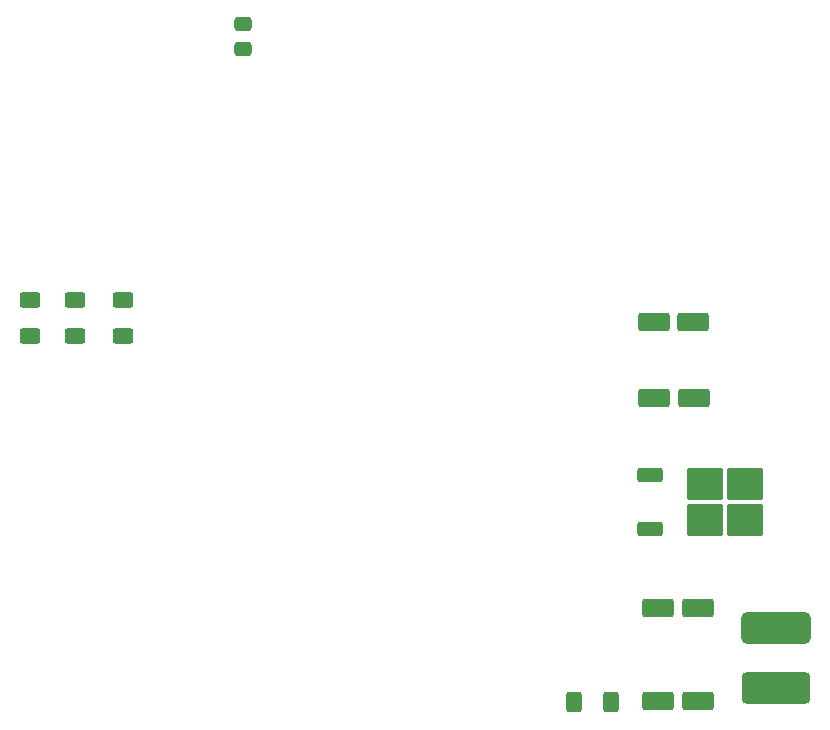
<source format=gbr>
%TF.GenerationSoftware,KiCad,Pcbnew,9.0.0*%
%TF.CreationDate,2025-07-11T11:02:08-04:00*%
%TF.ProjectId,jammerBT_v3,6a616d6d-6572-4425-945f-76332e6b6963,rev?*%
%TF.SameCoordinates,Original*%
%TF.FileFunction,Paste,Bot*%
%TF.FilePolarity,Positive*%
%FSLAX46Y46*%
G04 Gerber Fmt 4.6, Leading zero omitted, Abs format (unit mm)*
G04 Created by KiCad (PCBNEW 9.0.0) date 2025-07-11 11:02:08*
%MOMM*%
%LPD*%
G01*
G04 APERTURE LIST*
G04 Aperture macros list*
%AMRoundRect*
0 Rectangle with rounded corners*
0 $1 Rounding radius*
0 $2 $3 $4 $5 $6 $7 $8 $9 X,Y pos of 4 corners*
0 Add a 4 corners polygon primitive as box body*
4,1,4,$2,$3,$4,$5,$6,$7,$8,$9,$2,$3,0*
0 Add four circle primitives for the rounded corners*
1,1,$1+$1,$2,$3*
1,1,$1+$1,$4,$5*
1,1,$1+$1,$6,$7*
1,1,$1+$1,$8,$9*
0 Add four rect primitives between the rounded corners*
20,1,$1+$1,$2,$3,$4,$5,0*
20,1,$1+$1,$4,$5,$6,$7,0*
20,1,$1+$1,$6,$7,$8,$9,0*
20,1,$1+$1,$8,$9,$2,$3,0*%
G04 Aperture macros list end*
%ADD10RoundRect,0.250000X-0.625000X0.400000X-0.625000X-0.400000X0.625000X-0.400000X0.625000X0.400000X0*%
%ADD11RoundRect,0.250000X-1.075000X-0.550000X1.075000X-0.550000X1.075000X0.550000X-1.075000X0.550000X0*%
%ADD12RoundRect,0.250000X0.475000X-0.337500X0.475000X0.337500X-0.475000X0.337500X-0.475000X-0.337500X0*%
%ADD13RoundRect,0.250000X-0.850000X-0.350000X0.850000X-0.350000X0.850000X0.350000X-0.850000X0.350000X0*%
%ADD14RoundRect,0.250000X-1.275000X-1.125000X1.275000X-1.125000X1.275000X1.125000X-1.275000X1.125000X0*%
%ADD15RoundRect,0.250000X0.400000X0.625000X-0.400000X0.625000X-0.400000X-0.625000X0.400000X-0.625000X0*%
%ADD16RoundRect,0.395250X2.531000X0.922250X-2.531000X0.922250X-2.531000X-0.922250X2.531000X-0.922250X0*%
%ADD17RoundRect,0.395250X2.517250X0.922250X-2.517250X0.922250X-2.517250X-0.922250X2.517250X-0.922250X0*%
G04 APERTURE END LIST*
D10*
%TO.C,R2*%
X164575000Y-94375000D03*
X164575000Y-97475000D03*
%TD*%
D11*
%TO.C,C2*%
X209850000Y-128325000D03*
X213200000Y-128325000D03*
%TD*%
D10*
%TO.C,R1*%
X156675000Y-94375000D03*
X156675000Y-97475000D03*
%TD*%
D12*
%TO.C,C6*%
X174725000Y-73137500D03*
X174725000Y-71062500D03*
%TD*%
D10*
%TO.C,R3*%
X160450000Y-94375000D03*
X160450000Y-97475000D03*
%TD*%
D11*
%TO.C,C5*%
X209475000Y-96225000D03*
X212825000Y-96225000D03*
%TD*%
D13*
%TO.C,U1*%
X209195000Y-113782500D03*
D14*
X213820000Y-109977500D03*
X213820000Y-113027500D03*
X217170000Y-109977500D03*
X217170000Y-113027500D03*
D13*
X209195000Y-109222500D03*
%TD*%
D11*
%TO.C,C4*%
X209525000Y-102650000D03*
X212875000Y-102650000D03*
%TD*%
D15*
%TO.C,R4*%
X205825000Y-128450000D03*
X202725000Y-128450000D03*
%TD*%
D11*
%TO.C,C3*%
X209850000Y-120475000D03*
X213200000Y-120475000D03*
%TD*%
D16*
%TO.C,J1*%
X219826250Y-122133750D03*
D17*
X219840000Y-127216250D03*
%TD*%
M02*

</source>
